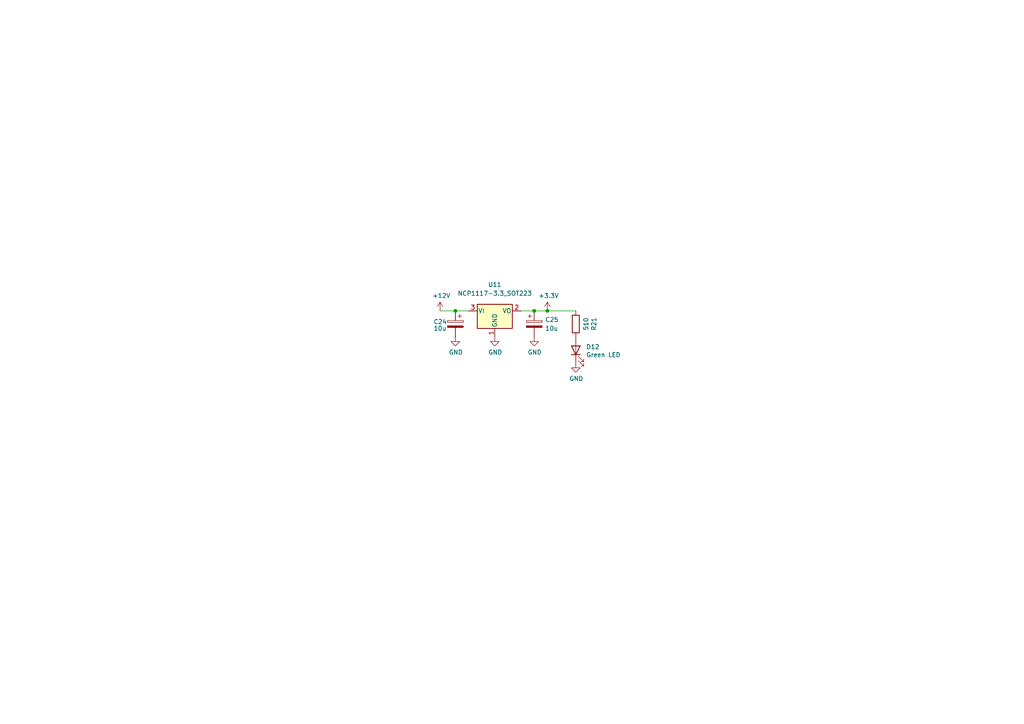
<source format=kicad_sch>
(kicad_sch (version 20211123) (generator eeschema)
  (paper "A4")
  (title_block (title "SDCL - Power") (date "2021-12-16") (rev "v1.0") (company "FaSTTUBe - Formula Student Team TU Berlin") (comment 1 "Car 113") (comment 2 "EBS Electronics") (comment 3 "LDO regulator power supply"))
  (lib_symbols
    (symbol "Device:C_Polarized" (pin_numbers hide) (pin_names (offset 0.254))
      (property "Reference" "C" (at 0.635 2.54 0))
      (property "Value" "C_Polarized" (at 0.635 -2.54 0))
      (symbol "C_Polarized_0_1"
        (rectangle (start -2.286 0.508) (end 2.286 1.016))
        (polyline (pts (xy -1.778 2.286) (xy -0.762 2.286)))
        (polyline (pts (xy -1.27 2.794) (xy -1.27 1.778)))
        (rectangle (start 2.286 -0.508) (end -2.286 -1.016) (fill (type outline)))
      )
      (symbol "C_Polarized_1_1"
        (pin passive line (at 0 3.81 270) (length 2.794) (name "~") (number "1"))
        (pin passive line (at 0 -3.81 90) (length 2.794) (name "~") (number "2"))
      )
    )
    (symbol "Device:LED" (pin_numbers hide) (pin_names (offset 1.016) hide)
      (property "Reference" "D" (at 0 2.54 0))
      (property "Value" "LED" (at 0 -2.54 0))
      (symbol "LED_0_1"
        (polyline (pts (xy -1.27 -1.27) (xy -1.27 1.27)) (stroke (width 0.254)))
        (polyline (pts (xy -1.27 0) (xy 1.27 0)))
        (polyline (pts (xy 1.27 -1.27) (xy 1.27 1.27) (xy -1.27 0) (xy 1.27 -1.27)) (stroke (width 0.254)))
        (polyline (pts (xy -3.048 -0.762) (xy -4.572 -2.286) (xy -3.81 -2.286) (xy -4.572 -2.286) (xy -4.572 -1.524)))
        (polyline (pts (xy -1.778 -0.762) (xy -3.302 -2.286) (xy -2.54 -2.286) (xy -3.302 -2.286) (xy -3.302 -1.524)))
      )
      (symbol "LED_1_1"
        (pin passive line (at -3.81 0 0) (length 2.54) (name "K") (number "1"))
        (pin passive line (at 3.81 0 180) (length 2.54) (name "A") (number "2"))
      )
    )
    (symbol "Device:R" (pin_numbers hide) (pin_names (offset 0))
      (property "Reference" "R" (at 2.032 0 90))
      (property "Value" "R" (at 0 0 90))
      (symbol "R_0_1"
        (rectangle (start -1.016 -2.54) (end 1.016 2.54) (stroke (width 0.254)))
      )
      (symbol "R_1_1"
        (pin passive line (at 0 3.81 270) (length 1.27) (name "~") (number "1"))
        (pin passive line (at 0 -3.81 90) (length 1.27) (name "~") (number "2"))
      )
    )
    (symbol "Regulator_Linear:NCP1117-3.3_SOT223" (pin_names (offset 0.254))
      (property "Reference" "U" (at -3.81 3.175 0))
      (property "Value" "NCP1117-3.3_SOT223" (at 0 3.175 0))
      (symbol "NCP1117-3.3_SOT223_0_1"
        (rectangle (start -5.08 -5.08) (end 5.08 1.905) (stroke (width 0.254)) (fill (type background)))
      )
      (symbol "NCP1117-3.3_SOT223_1_1"
        (pin power_in line (at 0 -7.62 90) (length 2.54) (name "GND") (number "1"))
        (pin power_out line (at 7.62 0 180) (length 2.54) (name "VO") (number "2"))
        (pin power_in line (at -7.62 0 0) (length 2.54) (name "VI") (number "3"))
      )
    )
    (symbol "power:+12V" (power) (pin_names (offset 0))
      (property "Value" "+12V" (at 0 3.556 0))
      (symbol "+12V_0_1"
        (polyline (pts (xy -0.762 1.27) (xy 0 2.54)))
        (polyline (pts (xy 0 0) (xy 0 2.54)))
        (polyline (pts (xy 0 2.54) (xy 0.762 1.27)))
      )
      (symbol "+12V_1_1"
        (pin power_in line (at 0 0 90) (length 0) hide (name "+12V") (number "1"))
      )
    )
    (symbol "power:+3.3V" (power) (pin_names (offset 0))
      (property "Value" "+3.3V" (at 0 3.556 0))
      (symbol "+3.3V_0_1"
        (polyline (pts (xy -0.762 1.27) (xy 0 2.54)))
        (polyline (pts (xy 0 0) (xy 0 2.54)))
        (polyline (pts (xy 0 2.54) (xy 0.762 1.27)))
      )
      (symbol "+3.3V_1_1"
        (pin power_in line (at 0 0 90) (length 0) hide (name "+3.3V") (number "1"))
      )
    )
    (symbol "power:GND" (power) (pin_names (offset 0))
      (property "Value" "GND" (at 0 -3.81 0))
      (symbol "GND_0_1"
        (polyline (pts (xy 0 0) (xy 0 -1.27) (xy 1.27 -1.27) (xy 0 -2.54) (xy -1.27 -1.27) (xy 0 -1.27)))
      )
      (symbol "GND_1_1"
        (pin power_in line (at 0 0 270) (length 0) hide (name "GND") (number "1"))
      )
    )
  )
  (junction (at 154.94 90.17))
  (junction (at 132.08 90.17))
  (junction (at 158.75 90.17))
  (wire (pts (xy 154.94 90.17) (xy 158.75 90.17)))
  (wire (pts (xy 158.75 90.17) (xy 167.005 90.17)))
  (wire (pts (xy 132.08 90.17) (xy 135.89 90.17)))
  (wire (pts (xy 127.635 90.17) (xy 132.08 90.17)))
  (wire (pts (xy 151.13 90.17) (xy 154.94 90.17)))
  (symbol (lib_id "power:+12V") (at 127.635 90.17 0) (unit 1)
    (property "Reference" "#PWR0148" (effects hide))
    (property "Value" "+12V" (at 128.016 85.7758 0))
  )
  (symbol (lib_id "power:+3.3V") (at 158.75 90.17 0) (unit 1)
    (property "Reference" "#PWR0147" (effects hide))
    (property "Value" "+3.3V" (at 159.131 85.7758 0))
  )
  (symbol (lib_id "power:GND") (at 143.51 97.79 0) (unit 1)
    (property "Reference" "#PWR0146" (effects hide))
    (property "Value" "GND" (at 143.637 102.1842 0))
  )
  (symbol (lib_id "power:GND") (at 132.08 97.79 0) (unit 1)
    (property "Reference" "#PWR0145" (effects hide))
    (property "Value" "GND" (at 132.207 102.1842 0))
  )
  (symbol (lib_id "power:GND") (at 154.94 97.79 0) (unit 1)
    (property "Reference" "#PWR0144" (effects hide))
    (property "Value" "GND" (at 155.067 102.1842 0))
  )
  (symbol (lib_id "Device:LED") (at 167.005 101.6 90) (unit 1)
    (property "Reference" "D12" (at 170.0022 100.6094 90) (effects (justify right)))
    (property "Value" "Green LED" (at 170.0022 102.9208 90) (effects (justify right)))
    (property "Footprint" "Diode_SMD:D_0603_1608Metric_Pad1.05x0.95mm_HandSolder" (effects hide))
  )
  (symbol (lib_id "Device:R") (at 167.005 93.98 0) (unit 1)
    (property "Reference" "R21" (at 172.2628 93.98 90))
    (property "Value" "510" (at 169.9514 93.98 90))
    (property "Footprint" "Resistor_SMD:R_0603_1608Metric_Pad0.98x0.95mm_HandSolder" (effects hide))
  )
  (symbol (lib_id "power:GND") (at 167.005 105.41 0) (unit 1)
    (property "Reference" "#PWR0162" (effects hide))
    (property "Value" "GND" (at 167.132 109.8042 0))
  )
  (symbol (lib_id "Device:C_Polarized") (at 132.08 93.98 0) (mirror y) (unit 1)
    (property "Reference" "C24" (at 125.73 93.345 0) (effects (justify right)))
    (property "Value" "10u" (at 125.73 95.25 0) (effects (justify right)))
    (property "Footprint" "Custom:CP_Axial_15.0mm_5mm_P2.00mm_Horizontal_Slotted" (effects hide))
  )
  (symbol (lib_id "Device:C_Polarized") (at 154.94 93.98 0) (unit 1)
    (property "Reference" "C25" (at 158.115 92.71 0) (effects (justify left)))
    (property "Value" "10u" (at 158.115 95.25 0) (effects (justify left)))
    (property "Footprint" "Custom:CP_Axial_15.0mm_5mm_P2.00mm_Horizontal_Slotted" (effects hide))
  )
  (symbol (lib_id "Regulator_Linear:NCP1117-3.3_SOT223") (at 143.51 90.17 0) (unit 1)
    (property "Reference" "U11" (at 143.51 82.55 0))
    (property "Value" "NCP1117-3.3_SOT223" (at 143.51 85.09 0))
    (property "Footprint" "Package_TO_SOT_SMD:SOT-223-3_TabPin2" (effects hide))
    (property "Datasheet" "http://www.onsemi.com/pub_link/Collateral/NCP1117-D.PDF" (effects hide))
  )
)
</source>
